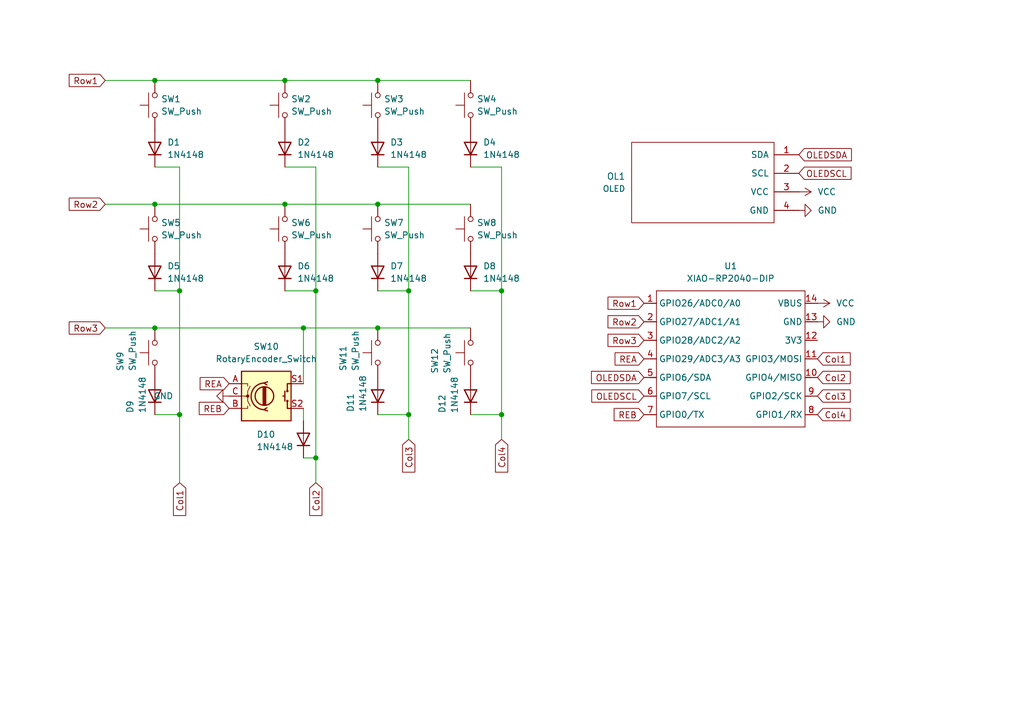
<source format=kicad_sch>
(kicad_sch (version 20250114) (generator "eeschema") (generator_version "9.0")
  (paper "A5")
  (title_block (title "V.A.L.I - macroPAD") (date "2025-12-01") (company "I.R.I.S - R&D") (comment 1 "Created by Niko Angelo"))
  (lib_symbols
    (symbol "Device:RotaryEncoder_Switch" (pin_names (offset 0.254) (hide yes))
      (property "Reference" "SW" (at 0 6.604 0))
      (property "Value" "RotaryEncoder_Switch" (at 0 -6.604 0))
      (symbol "RotaryEncoder_Switch_0_1"
        (rectangle (start -5.08 5.08) (end 5.08 -5.08) (stroke (width 0.254)) (fill (type background)))
        (polyline (pts (xy -5.08 2.54) (xy -3.81 2.54) (xy -3.81 2.032)))
        (polyline (pts (xy -5.08 0) (xy -3.81 0) (xy -3.81 -1.016) (xy -3.302 -2.032)))
        (polyline (pts (xy -5.08 -2.54) (xy -3.81 -2.54) (xy -3.81 -2.032)))
        (polyline (pts (xy -4.318 0) (xy -3.81 0) (xy -3.81 1.016) (xy -3.302 2.032)))
        (circle (center -3.81 0) (radius 0.254) (fill (type outline)))
        (polyline (pts (xy -0.635 -1.778) (xy -0.635 1.778)) (stroke (width 0.254)))
        (circle (center -0.381 0) (radius 1.905) (stroke (width 0.254)))
        (polyline (pts (xy -0.381 -1.778) (xy -0.381 1.778)) (stroke (width 0.254)))
        (arc (start -0.381 -2.794) (mid -3.0988 -0.0635) (end -0.381 2.667) (stroke (width 0.254)))
        (polyline (pts (xy -0.127 1.778) (xy -0.127 -1.778)) (stroke (width 0.254)))
        (polyline (pts (xy 0.254 2.921) (xy -0.508 2.667) (xy 0.127 2.286)) (stroke (width 0.254)))
        (polyline (pts (xy 0.254 -3.048) (xy -0.508 -2.794) (xy 0.127 -2.413)) (stroke (width 0.254)))
        (polyline (pts (xy 3.81 1.016) (xy 3.81 -1.016)) (stroke (width 0.254)))
        (polyline (pts (xy 3.81 0) (xy 3.429 0)) (stroke (width 0.254)))
        (circle (center 4.318 1.016) (radius 0.127) (stroke (width 0.254)))
        (circle (center 4.318 -1.016) (radius 0.127) (stroke (width 0.254)))
        (polyline (pts (xy 5.08 2.54) (xy 4.318 2.54) (xy 4.318 1.016)) (stroke (width 0.254)))
        (polyline (pts (xy 5.08 -2.54) (xy 4.318 -2.54) (xy 4.318 -1.016)) (stroke (width 0.254)))
      )
      (symbol "RotaryEncoder_Switch_1_1"
        (pin passive line (at -7.62 2.54 0) (length 2.54) (name "A") (number "A"))
        (pin passive line (at -7.62 0 0) (length 2.54) (name "C") (number "C"))
        (pin passive line (at -7.62 -2.54 0) (length 2.54) (name "B") (number "B"))
        (pin passive line (at 7.62 2.54 180) (length 2.54) (name "S1") (number "S1"))
        (pin passive line (at 7.62 -2.54 180) (length 2.54) (name "S2") (number "S2"))
      )
    )
    (symbol "Diode:1N4148" (pin_numbers (hide yes)) (pin_names (hide yes))
      (property "Reference" "D" (at 0 2.54 0))
      (property "Value" "1N4148" (at 0 -2.54 0))
      (symbol "1N4148_0_1"
        (polyline (pts (xy -1.27 1.27) (xy -1.27 -1.27)) (stroke (width 0.254)))
        (polyline (pts (xy 1.27 1.27) (xy 1.27 -1.27) (xy -1.27 0) (xy 1.27 1.27)) (stroke (width 0.254)))
        (polyline (pts (xy 1.27 0) (xy -1.27 0)))
      )
      (symbol "1N4148_1_1"
        (pin passive line (at -3.81 0 0) (length 2.54) (name "K") (number "1"))
        (pin passive line (at 3.81 0 180) (length 2.54) (name "A") (number "2"))
      )
    )
    (symbol "Seeed OPL:XIAO-RP2040-DIP"
      (property "Reference" "U" (at 0 0 0))
      (property "Value" "XIAO-RP2040-DIP" (at 5.334 -1.778 0))
      (symbol "XIAO-RP2040-DIP_1_0"
        (polyline (pts (xy -1.27 -2.54) (xy 29.21 -2.54)) (stroke (width 0.1524)))
        (polyline (pts (xy -1.27 -5.08) (xy -2.54 -5.08)) (stroke (width 0.1524)))
        (polyline (pts (xy -1.27 -5.08) (xy -1.27 -2.54)) (stroke (width 0.1524)))
        (polyline (pts (xy -1.27 -8.89) (xy -2.54 -8.89)) (stroke (width 0.1524)))
        (polyline (pts (xy -1.27 -8.89) (xy -1.27 -5.08)) (stroke (width 0.1524)))
        (polyline (pts (xy -1.27 -12.7) (xy -2.54 -12.7)) (stroke (width 0.1524)))
        (polyline (pts (xy -1.27 -12.7) (xy -1.27 -8.89)) (stroke (width 0.1524)))
        (polyline (pts (xy -1.27 -16.51) (xy -2.54 -16.51)) (stroke (width 0.1524)))
        (polyline (pts (xy -1.27 -16.51) (xy -1.27 -12.7)) (stroke (width 0.1524)))
        (polyline (pts (xy -1.27 -20.32) (xy -2.54 -20.32)) (stroke (width 0.1524)))
        (polyline (pts (xy -1.27 -24.13) (xy -2.54 -24.13)) (stroke (width 0.1524)))
        (polyline (pts (xy -1.27 -27.94) (xy -2.54 -27.94)) (stroke (width 0.1524)))
        (polyline (pts (xy -1.27 -30.48) (xy -1.27 -16.51)) (stroke (width 0.1524)))
        (polyline (pts (xy 29.21 -2.54) (xy 29.21 -5.08)) (stroke (width 0.1524)))
        (polyline (pts (xy 29.21 -5.08) (xy 29.21 -8.89)) (stroke (width 0.1524)))
        (polyline (pts (xy 29.21 -8.89) (xy 29.21 -12.7)) (stroke (width 0.1524)))
        (polyline (pts (xy 29.21 -12.7) (xy 29.21 -30.48)) (stroke (width 0.1524)))
        (polyline (pts (xy 29.21 -30.48) (xy -1.27 -30.48)) (stroke (width 0.1524)))
        (polyline (pts (xy 30.48 -5.08) (xy 29.21 -5.08)) (stroke (width 0.1524)))
        (polyline (pts (xy 30.48 -8.89) (xy 29.21 -8.89)) (stroke (width 0.1524)))
        (polyline (pts (xy 30.48 -12.7) (xy 29.21 -12.7)) (stroke (width 0.1524)))
        (polyline (pts (xy 30.48 -16.51) (xy 29.21 -16.51)) (stroke (width 0.1524)))
        (polyline (pts (xy 30.48 -20.32) (xy 29.21 -20.32)) (stroke (width 0.1524)))
        (polyline (pts (xy 30.48 -24.13) (xy 29.21 -24.13)) (stroke (width 0.1524)))
        (polyline (pts (xy 30.48 -27.94) (xy 29.21 -27.94)) (stroke (width 0.1524)))
        (pin passive line (at -3.81 -5.08 0) (length 2.54) (name "GPIO26/ADC0/A0") (number "1"))
        (pin passive line (at -3.81 -8.89 0) (length 2.54) (name "GPIO27/ADC1/A1") (number "2"))
        (pin passive line (at -3.81 -12.7 0) (length 2.54) (name "GPIO28/ADC2/A2") (number "3"))
        (pin passive line (at -3.81 -16.51 0) (length 2.54) (name "GPIO29/ADC3/A3") (number "4"))
        (pin passive line (at -3.81 -20.32 0) (length 2.54) (name "GPIO6/SDA") (number "5"))
        (pin passive line (at -3.81 -24.13 0) (length 2.54) (name "GPIO7/SCL") (number "6"))
        (pin passive line (at -3.81 -27.94 0) (length 2.54) (name "GPIO0/TX") (number "7"))
        (pin passive line (at 31.75 -5.08 180) (length 2.54) (name "VBUS") (number "14"))
        (pin passive line (at 31.75 -8.89 180) (length 2.54) (name "GND") (number "13"))
        (pin passive line (at 31.75 -12.7 180) (length 2.54) (name "3V3") (number "12"))
        (pin passive line (at 31.75 -16.51 180) (length 2.54) (name "GPIO3/MOSI") (number "11"))
        (pin passive line (at 31.75 -20.32 180) (length 2.54) (name "GPIO4/MISO") (number "10"))
        (pin passive line (at 31.75 -24.13 180) (length 2.54) (name "GPIO2/SCK") (number "9"))
        (pin passive line (at 31.75 -27.94 180) (length 2.54) (name "GPIO1/RX") (number "8"))
      )
    )
    (symbol "Switch:SW_Push" (pin_numbers (hide yes)) (pin_names (offset 1.016) (hide yes))
      (property "Reference" "SW" (at 1.27 2.54 0))
      (property "Value" "SW_Push" (at 0 -1.524 0))
      (symbol "SW_Push_0_1"
        (circle (center -2.032 0) (radius 0.508))
        (polyline (pts (xy 0 1.27) (xy 0 3.048)))
        (circle (center 2.032 0) (radius 0.508))
        (polyline (pts (xy 2.54 1.27) (xy -2.54 1.27)))
        (pin passive line (at -5.08 0 0) (length 2.54) (name "1") (number "1"))
        (pin passive line (at 5.08 0 180) (length 2.54) (name "2") (number "2"))
      )
    )
    (symbol "kbd:OLED" (pin_names (offset 1.016))
      (property "Reference" "OL" (at 0 2.54 0))
      (property "Value" "OLED" (at 0 -1.27 0))
      (symbol "OLED_0_1"
        (rectangle (start -13.97 8.89) (end 15.24 -7.62))
      )
      (symbol "OLED_1_1"
        (pin bidirectional line (at -19.05 6.35 0) (length 5.08) (name "SDA") (number "1"))
        (pin bidirectional line (at -19.05 2.54 0) (length 5.08) (name "SCL") (number "2"))
        (pin power_in line (at -19.05 -1.27 0) (length 5.08) (name "VCC") (number "3"))
        (pin power_in line (at -19.05 -5.08 0) (length 5.08) (name "GND") (number "4"))
      )
    )
    (symbol "power:GND" (power) (pin_numbers (hide yes)) (pin_names (offset 0) (hide yes))
      (property "Value" "GND" (at 0 -3.81 0))
      (symbol "GND_0_1"
        (polyline (pts (xy 0 0) (xy 0 -1.27) (xy 1.27 -1.27) (xy 0 -2.54) (xy -1.27 -1.27) (xy 0 -1.27)))
      )
      (symbol "GND_1_1"
        (pin power_in line (at 0 0 270) (length 0) (name "~") (number "1"))
      )
    )
    (symbol "power:VCC" (power) (pin_numbers (hide yes)) (pin_names (offset 0) (hide yes))
      (property "Value" "VCC" (at 0 3.556 0))
      (symbol "VCC_0_1"
        (polyline (pts (xy -0.762 1.27) (xy 0 2.54)))
        (polyline (pts (xy 0 2.54) (xy 0.762 1.27)))
        (polyline (pts (xy 0 0) (xy 0 2.54)))
      )
      (symbol "VCC_1_1"
        (pin power_in line (at 0 0 90) (length 0) (name "~") (number "1"))
      )
    )
  )
  (junction (at 64.77 59.69))
  (junction (at 62.23 67.31))
  (junction (at 31.75 67.31))
  (junction (at 83.82 59.69))
  (junction (at 31.75 16.51))
  (junction (at 102.87 59.69))
  (junction (at 102.87 85.09))
  (junction (at 77.47 41.91))
  (junction (at 58.42 41.91))
  (junction (at 36.83 59.69))
  (junction (at 36.83 85.09))
  (junction (at 64.77 93.98))
  (junction (at 83.82 85.09))
  (junction (at 58.42 16.51))
  (junction (at 31.75 41.91))
  (junction (at 77.47 16.51))
  (junction (at 77.47 67.31))
  (wire (pts (xy 31.75 85.09) (xy 36.83 85.09)))
  (wire (pts (xy 77.47 41.91) (xy 96.52 41.91)))
  (wire (pts (xy 36.83 59.69) (xy 36.83 85.09)))
  (wire (pts (xy 96.52 85.09) (xy 102.87 85.09)))
  (wire (pts (xy 83.82 34.29) (xy 83.82 59.69)))
  (wire (pts (xy 62.23 93.98) (xy 64.77 93.98)))
  (wire (pts (xy 21.59 16.51) (xy 31.75 16.51)))
  (wire (pts (xy 36.83 85.09) (xy 36.83 99.06)))
  (wire (pts (xy 102.87 59.69) (xy 102.87 85.09)))
  (wire (pts (xy 96.52 34.29) (xy 102.87 34.29)))
  (wire (pts (xy 77.47 85.09) (xy 83.82 85.09)))
  (wire (pts (xy 64.77 93.98) (xy 64.77 99.06)))
  (wire (pts (xy 62.23 83.82) (xy 62.23 86.36)))
  (wire (pts (xy 62.23 67.31) (xy 62.23 78.74)))
  (wire (pts (xy 21.59 67.31) (xy 31.75 67.31)))
  (wire (pts (xy 96.52 59.69) (xy 102.87 59.69)))
  (wire (pts (xy 21.59 41.91) (xy 31.75 41.91)))
  (wire (pts (xy 77.47 34.29) (xy 83.82 34.29)))
  (wire (pts (xy 62.23 67.31) (xy 77.47 67.31)))
  (wire (pts (xy 31.75 67.31) (xy 62.23 67.31)))
  (wire (pts (xy 31.75 34.29) (xy 36.83 34.29)))
  (wire (pts (xy 83.82 59.69) (xy 83.82 85.09)))
  (wire (pts (xy 77.47 16.51) (xy 96.52 16.51)))
  (wire (pts (xy 31.75 41.91) (xy 58.42 41.91)))
  (wire (pts (xy 64.77 59.69) (xy 64.77 93.98)))
  (wire (pts (xy 31.75 16.51) (xy 58.42 16.51)))
  (wire (pts (xy 83.82 85.09) (xy 83.82 90.17)))
  (wire (pts (xy 58.42 41.91) (xy 77.47 41.91)))
  (wire (pts (xy 77.47 59.69) (xy 83.82 59.69)))
  (wire (pts (xy 58.42 34.29) (xy 64.77 34.29)))
  (wire (pts (xy 77.47 67.31) (xy 96.52 67.31)))
  (wire (pts (xy 58.42 16.51) (xy 77.47 16.51)))
  (wire (pts (xy 64.77 34.29) (xy 64.77 59.69)))
  (wire (pts (xy 58.42 59.69) (xy 64.77 59.69)))
  (wire (pts (xy 102.87 34.29) (xy 102.87 59.69)))
  (wire (pts (xy 31.75 59.69) (xy 36.83 59.69)))
  (wire (pts (xy 102.87 85.09) (xy 102.87 90.17)))
  (wire (pts (xy 36.83 34.29) (xy 36.83 59.69)))
  (global_label "Col3" (shape input) (at 83.82 90.17 270) (property "Intersheetrefs" "${INTERSHEET_REFS}" (effects (hide yes))))
  (global_label "REA" (shape input) (at 132.08 73.66 180) (property "Intersheetrefs" "${INTERSHEET_REFS}" (effects (hide yes))))
  (global_label "Row3" (shape input) (at 132.08 69.85 180) (property "Intersheetrefs" "${INTERSHEET_REFS}" (effects (hide yes))))
  (global_label "REB" (shape input) (at 46.99 83.82 180) (property "Intersheetrefs" "${INTERSHEET_REFS}" (effects (hide yes))))
  (global_label "Row2" (shape input) (at 132.08 66.04 180) (property "Intersheetrefs" "${INTERSHEET_REFS}" (effects (hide yes))))
  (global_label "Row3" (shape input) (at 21.59 67.31 180) (property "Intersheetrefs" "${INTERSHEET_REFS}" (effects (hide yes))))
  (global_label "Row1" (shape input) (at 132.08 62.23 180) (property "Intersheetrefs" "${INTERSHEET_REFS}" (effects (hide yes))))
  (global_label "REA" (shape input) (at 46.99 78.74 180) (property "Intersheetrefs" "${INTERSHEET_REFS}" (effects (hide yes))))
  (global_label "Col4" (shape input) (at 167.64 85.09 0) (property "Intersheetrefs" "${INTERSHEET_REFS}" (effects (hide yes))))
  (global_label "Col2" (shape input) (at 167.64 77.47 0) (property "Intersheetrefs" "${INTERSHEET_REFS}" (effects (hide yes))))
  (global_label "REB" (shape input) (at 132.08 85.09 180) (property "Intersheetrefs" "${INTERSHEET_REFS}" (effects (hide yes))))
  (global_label "Col1" (shape input) (at 167.64 73.66 0) (property "Intersheetrefs" "${INTERSHEET_REFS}" (effects (hide yes))))
  (global_label "Row1" (shape input) (at 21.59 16.51 180) (property "Intersheetrefs" "${INTERSHEET_REFS}" (effects (hide yes))))
  (global_label "OLEDSDA" (shape input) (at 163.83 31.75 0) (property "Intersheetrefs" "${INTERSHEET_REFS}" (effects (hide yes))))
  (global_label "Col4" (shape input) (at 102.87 90.17 270) (property "Intersheetrefs" "${INTERSHEET_REFS}" (effects (hide yes))))
  (global_label "OLEDSDA" (shape input) (at 132.08 77.47 180) (property "Intersheetrefs" "${INTERSHEET_REFS}" (effects (hide yes))))
  (global_label "Col2" (shape input) (at 64.77 99.06 270) (property "Intersheetrefs" "${INTERSHEET_REFS}" (effects (hide yes))))
  (global_label "OLEDSCL" (shape input) (at 163.83 35.56 0) (property "Intersheetrefs" "${INTERSHEET_REFS}" (effects (hide yes))))
  (global_label "OLEDSCL" (shape input) (at 132.08 81.28 180) (property "Intersheetrefs" "${INTERSHEET_REFS}" (effects (hide yes))))
  (global_label "Row2" (shape input) (at 21.59 41.91 180) (property "Intersheetrefs" "${INTERSHEET_REFS}" (effects (hide yes))))
  (global_label "Col1" (shape input) (at 36.83 99.06 270) (property "Intersheetrefs" "${INTERSHEET_REFS}" (effects (hide yes))))
  (global_label "Col3" (shape input) (at 167.64 81.28 0) (property "Intersheetrefs" "${INTERSHEET_REFS}" (effects (hide yes))))
  (symbol (lib_id "Diode:1N4148") (at 77.47 81.28 90) (unit 1)
    (property "Reference" "D11" (at 71.882 84.582 0) (effects (justify left)))
    (property "Value" "1N4148" (at 74.422 84.582 0) (effects (justify left)))
    (property "Footprint" "Diode_THT:D_DO-35_SOD27_P7.62mm_Horizontal" (effects (hide yes)))
    (property "Datasheet" "https://assets.nexperia.com/documents/data-sheet/1N4148_1N4448.pdf" (effects (hide yes)))
    (property "Description" "100V 0.15A standard switching diode, DO-35" (effects (hide yes)))
    (property "Sim.Device" "D" (effects (hide yes)))
    (property "Sim.Pins" "1=K 2=A" (effects (hide yes)))
  )
  (symbol (lib_id "Diode:1N4148") (at 58.42 55.88 90) (unit 1)
    (property "Reference" "D6" (at 60.96 54.6099 90) (effects (justify right)))
    (property "Value" "1N4148" (at 60.96 57.1499 90) (effects (justify right)))
    (property "Footprint" "Diode_THT:D_DO-35_SOD27_P7.62mm_Horizontal" (effects (hide yes)))
    (property "Datasheet" "https://assets.nexperia.com/documents/data-sheet/1N4148_1N4448.pdf" (effects (hide yes)))
    (property "Description" "100V 0.15A standard switching diode, DO-35" (effects (hide yes)))
    (property "Sim.Device" "D" (effects (hide yes)))
    (property "Sim.Pins" "1=K 2=A" (effects (hide yes)))
  )
  (symbol (lib_id "Switch:SW_Push") (at 77.47 72.39 90) (unit 1)
    (property "Reference" "SW11" (at 70.358 76.2 0) (effects (justify left)))
    (property "Value" "SW_Push" (at 72.898 76.2 0) (effects (justify left)))
    (property "Footprint" "Button_Switch_Keyboard:SW_Cherry_MX_1.00u_PCB" (effects (hide yes)))
    (property "Description" "Push button switch, generic, two pins" (effects (hide yes)))
  )
  (symbol (lib_id "Switch:SW_Push") (at 96.52 21.59 90) (unit 1)
    (property "Reference" "SW4" (at 97.79 20.3199 90) (effects (justify right)))
    (property "Value" "SW_Push" (at 97.79 22.8599 90) (effects (justify right)))
    (property "Footprint" "Button_Switch_Keyboard:SW_Cherry_MX_1.00u_PCB" (effects (hide yes)))
    (property "Description" "Push button switch, generic, two pins" (effects (hide yes)))
  )
  (symbol (lib_id "power:GND") (at 167.64 66.04 90) (unit 1)
    (property "Reference" "#PWR04" (effects (hide yes)))
    (property "Value" "GND" (at 171.45 66.0399 90) (effects (justify right)))
    (property "Description" "Power symbol creates a global label with name \"GND\" , ground" (effects (hide yes)))
  )
  (symbol (lib_id "Switch:SW_Push") (at 77.47 21.59 90) (unit 1)
    (property "Reference" "SW3" (at 78.74 20.3199 90) (effects (justify right)))
    (property "Value" "SW_Push" (at 78.74 22.8599 90) (effects (justify right)))
    (property "Footprint" "Button_Switch_Keyboard:SW_Cherry_MX_1.00u_PCB" (effects (hide yes)))
    (property "Description" "Push button switch, generic, two pins" (effects (hide yes)))
  )
  (symbol (lib_id "Switch:SW_Push") (at 58.42 46.99 90) (unit 1)
    (property "Reference" "SW6" (at 59.69 45.7199 90) (effects (justify right)))
    (property "Value" "SW_Push" (at 59.69 48.2599 90) (effects (justify right)))
    (property "Footprint" "Button_Switch_Keyboard:SW_Cherry_MX_1.00u_PCB" (effects (hide yes)))
    (property "Description" "Push button switch, generic, two pins" (effects (hide yes)))
  )
  (symbol (lib_id "Switch:SW_Push") (at 31.75 21.59 90) (unit 1)
    (property "Reference" "SW1" (at 33.02 20.3199 90) (effects (justify right)))
    (property "Value" "SW_Push" (at 33.02 22.8599 90) (effects (justify right)))
    (property "Footprint" "Button_Switch_Keyboard:SW_Cherry_MX_1.00u_PCB" (effects (hide yes)))
    (property "Description" "Push button switch, generic, two pins" (effects (hide yes)))
  )
  (symbol (lib_id "power:VCC") (at 163.83 39.37 270) (unit 1)
    (property "Reference" "#PWR02" (effects (hide yes)))
    (property "Value" "VCC" (at 167.64 39.3701 90) (effects (justify left)))
    (property "Description" "Power symbol creates a global label with name \"VCC\"" (effects (hide yes)))
  )
  (symbol (lib_id "Diode:1N4148") (at 77.47 30.48 90) (unit 1)
    (property "Reference" "D3" (at 80.01 29.2099 90) (effects (justify right)))
    (property "Value" "1N4148" (at 80.01 31.7499 90) (effects (justify right)))
    (property "Footprint" "Diode_THT:D_DO-35_SOD27_P7.62mm_Horizontal" (effects (hide yes)))
    (property "Datasheet" "https://assets.nexperia.com/documents/data-sheet/1N4148_1N4448.pdf" (effects (hide yes)))
    (property "Description" "100V 0.15A standard switching diode, DO-35" (effects (hide yes)))
    (property "Sim.Device" "D" (effects (hide yes)))
    (property "Sim.Pins" "1=K 2=A" (effects (hide yes)))
  )
  (symbol (lib_id "Device:RotaryEncoder_Switch") (at 54.61 81.28 0) (unit 1)
    (property "Reference" "SW10" (at 54.61 71.12 0))
    (property "Value" "RotaryEncoder_Switch" (at 54.61 73.66 0))
    (property "Footprint" "Rotary_Encoder:RotaryEncoder_Alps_EC11E-Switch_Vertical_H20mm" (effects (hide yes)))
    (property "Description" "Rotary encoder, dual channel, incremental quadrate outputs, with switch" (effects (hide yes)))
  )
  (symbol (lib_id "Diode:1N4148") (at 58.42 30.48 90) (unit 1)
    (property "Reference" "D2" (at 60.96 29.2099 90) (effects (justify right)))
    (property "Value" "1N4148" (at 60.96 31.7499 90) (effects (justify right)))
    (property "Footprint" "Diode_THT:D_DO-35_SOD27_P7.62mm_Horizontal" (effects (hide yes)))
    (property "Datasheet" "https://assets.nexperia.com/documents/data-sheet/1N4148_1N4448.pdf" (effects (hide yes)))
    (property "Description" "100V 0.15A standard switching diode, DO-35" (effects (hide yes)))
    (property "Sim.Device" "D" (effects (hide yes)))
    (property "Sim.Pins" "1=K 2=A" (effects (hide yes)))
  )
  (symbol (lib_id "Diode:1N4148") (at 62.23 90.17 90) (unit 1)
    (property "Reference" "D10" (at 52.578 89.154 90) (effects (justify right)))
    (property "Value" "1N4148" (at 52.578 91.694 90) (effects (justify right)))
    (property "Footprint" "Diode_THT:D_DO-35_SOD27_P7.62mm_Horizontal" (effects (hide yes)))
    (property "Datasheet" "https://assets.nexperia.com/documents/data-sheet/1N4148_1N4448.pdf" (effects (hide yes)))
    (property "Description" "100V 0.15A standard switching diode, DO-35" (effects (hide yes)))
    (property "Sim.Device" "D" (effects (hide yes)))
    (property "Sim.Pins" "1=K 2=A" (effects (hide yes)))
  )
  (symbol (lib_id "Diode:1N4148") (at 96.52 55.88 90) (unit 1)
    (property "Reference" "D8" (at 99.06 54.6099 90) (effects (justify right)))
    (property "Value" "1N4148" (at 99.06 57.1499 90) (effects (justify right)))
    (property "Footprint" "Diode_THT:D_DO-35_SOD27_P7.62mm_Horizontal" (effects (hide yes)))
    (property "Datasheet" "https://assets.nexperia.com/documents/data-sheet/1N4148_1N4448.pdf" (effects (hide yes)))
    (property "Description" "100V 0.15A standard switching diode, DO-35" (effects (hide yes)))
    (property "Sim.Device" "D" (effects (hide yes)))
    (property "Sim.Pins" "1=K 2=A" (effects (hide yes)))
  )
  (symbol (lib_id "power:GND") (at 163.83 43.18 90) (unit 1)
    (property "Reference" "#PWR06" (effects (hide yes)))
    (property "Value" "GND" (at 167.64 43.1801 90) (effects (justify right)))
    (property "Description" "Power symbol creates a global label with name \"GND\" , ground" (effects (hide yes)))
  )
  (symbol (lib_id "Diode:1N4148") (at 31.75 55.88 90) (unit 1)
    (property "Reference" "D5" (at 34.29 54.6099 90) (effects (justify right)))
    (property "Value" "1N4148" (at 34.29 57.1499 90) (effects (justify right)))
    (property "Footprint" "Diode_THT:D_DO-35_SOD27_P7.62mm_Horizontal" (effects (hide yes)))
    (property "Datasheet" "https://assets.nexperia.com/documents/data-sheet/1N4148_1N4448.pdf" (effects (hide yes)))
    (property "Description" "100V 0.15A standard switching diode, DO-35" (effects (hide yes)))
    (property "Sim.Device" "D" (effects (hide yes)))
    (property "Sim.Pins" "1=K 2=A" (effects (hide yes)))
  )
  (symbol (lib_id "power:VCC") (at 167.64 62.23 270) (unit 1)
    (property "Reference" "#PWR03" (effects (hide yes)))
    (property "Value" "VCC" (at 171.45 62.2299 90) (effects (justify left)))
    (property "Description" "Power symbol creates a global label with name \"VCC\"" (effects (hide yes)))
  )
  (symbol (lib_id "Diode:1N4148") (at 77.47 55.88 90) (unit 1)
    (property "Reference" "D7" (at 80.01 54.6099 90) (effects (justify right)))
    (property "Value" "1N4148" (at 80.01 57.1499 90) (effects (justify right)))
    (property "Footprint" "Diode_THT:D_DO-35_SOD27_P7.62mm_Horizontal" (effects (hide yes)))
    (property "Datasheet" "https://assets.nexperia.com/documents/data-sheet/1N4148_1N4448.pdf" (effects (hide yes)))
    (property "Description" "100V 0.15A standard switching diode, DO-35" (effects (hide yes)))
    (property "Sim.Device" "D" (effects (hide yes)))
    (property "Sim.Pins" "1=K 2=A" (effects (hide yes)))
  )
  (symbol (lib_id "Switch:SW_Push") (at 31.75 72.39 90) (unit 1)
    (property "Reference" "SW9" (at 24.638 76.2 0) (effects (justify left)))
    (property "Value" "SW_Push" (at 27.178 76.2 0) (effects (justify left)))
    (property "Footprint" "Button_Switch_Keyboard:SW_Cherry_MX_1.00u_PCB" (effects (hide yes)))
    (property "Description" "Push button switch, generic, two pins" (effects (hide yes)))
  )
  (symbol (lib_id "kbd:OLED") (at 144.78 38.1 0) (mirror y) (unit 1)
    (property "Reference" "OL1" (at 128.27 36.195 0) (effects (font (size 1.2954 1.2954)) (justify left)))
    (property "Value" "OLED" (at 128.27 38.735 0) (effects (font (size 1.1938 1.1938)) (justify left)))
    (property "Footprint" "KiCad-SSD1306-0.91-OLED-4pin-128x32:SSD1306-0.91-OLED-4pin-128x32" (effects (hide yes)))
  )
  (symbol (lib_id "Switch:SW_Push") (at 31.75 46.99 90) (unit 1)
    (property "Reference" "SW5" (at 33.02 45.7199 90) (effects (justify right)))
    (property "Value" "SW_Push" (at 33.02 48.2599 90) (effects (justify right)))
    (property "Footprint" "Button_Switch_Keyboard:SW_Cherry_MX_1.00u_PCB" (effects (hide yes)))
    (property "Description" "Push button switch, generic, two pins" (effects (hide yes)))
  )
  (symbol (lib_id "Diode:1N4148") (at 96.52 81.28 90) (unit 1)
    (property "Reference" "D12" (at 90.678 84.836 0) (effects (justify left)))
    (property "Value" "1N4148" (at 93.218 84.836 0) (effects (justify left)))
    (property "Footprint" "Diode_THT:D_DO-35_SOD27_P7.62mm_Horizontal" (effects (hide yes)))
    (property "Datasheet" "https://assets.nexperia.com/documents/data-sheet/1N4148_1N4448.pdf" (effects (hide yes)))
    (property "Description" "100V 0.15A standard switching diode, DO-35" (effects (hide yes)))
    (property "Sim.Device" "D" (effects (hide yes)))
    (property "Sim.Pins" "1=K 2=A" (effects (hide yes)))
  )
  (symbol (lib_id "Diode:1N4148") (at 31.75 81.28 90) (unit 1)
    (property "Reference" "D9" (at 26.67 84.836 0) (effects (justify left)))
    (property "Value" "1N4148" (at 29.21 84.836 0) (effects (justify left)))
    (property "Footprint" "Diode_THT:D_DO-35_SOD27_P7.62mm_Horizontal" (effects (hide yes)))
    (property "Datasheet" "https://assets.nexperia.com/documents/data-sheet/1N4148_1N4448.pdf" (effects (hide yes)))
    (property "Description" "100V 0.15A standard switching diode, DO-35" (effects (hide yes)))
    (property "Sim.Device" "D" (effects (hide yes)))
    (property "Sim.Pins" "1=K 2=A" (effects (hide yes)))
  )
  (symbol (lib_id "Switch:SW_Push") (at 96.52 72.39 90) (unit 1)
    (property "Reference" "SW12" (at 89.154 76.708 0) (effects (justify left)))
    (property "Value" "SW_Push" (at 91.694 76.708 0) (effects (justify left)))
    (property "Footprint" "Button_Switch_Keyboard:SW_Cherry_MX_1.00u_PCB" (effects (hide yes)))
    (property "Description" "Push button switch, generic, two pins" (effects (hide yes)))
  )
  (symbol (lib_id "Diode:1N4148") (at 96.52 30.48 90) (unit 1)
    (property "Reference" "D4" (at 99.06 29.2099 90) (effects (justify right)))
    (property "Value" "1N4148" (at 99.06 31.7499 90) (effects (justify right)))
    (property "Footprint" "Diode_THT:D_DO-35_SOD27_P7.62mm_Horizontal" (effects (hide yes)))
    (property "Datasheet" "https://assets.nexperia.com/documents/data-sheet/1N4148_1N4448.pdf" (effects (hide yes)))
    (property "Description" "100V 0.15A standard switching diode, DO-35" (effects (hide yes)))
    (property "Sim.Device" "D" (effects (hide yes)))
    (property "Sim.Pins" "1=K 2=A" (effects (hide yes)))
  )
  (symbol (lib_id "Switch:SW_Push") (at 96.52 46.99 90) (unit 1)
    (property "Reference" "SW8" (at 97.79 45.7199 90) (effects (justify right)))
    (property "Value" "SW_Push" (at 97.79 48.2599 90) (effects (justify right)))
    (property "Footprint" "Button_Switch_Keyboard:SW_Cherry_MX_1.00u_PCB" (effects (hide yes)))
    (property "Description" "Push button switch, generic, two pins" (effects (hide yes)))
  )
  (symbol (lib_id "power:GND") (at 46.99 81.28 270) (unit 1)
    (property "Reference" "#PWR01" (effects (hide yes)))
    (property "Value" "GND" (at 35.56 81.2799 90) (effects (justify right)))
    (property "Description" "Power symbol creates a global label with name \"GND\" , ground" (effects (hide yes)))
  )
  (symbol (lib_id "Switch:SW_Push") (at 58.42 21.59 90) (unit 1)
    (property "Reference" "SW2" (at 59.69 20.3199 90) (effects (justify right)))
    (property "Value" "SW_Push" (at 59.69 22.8599 90) (effects (justify right)))
    (property "Footprint" "Button_Switch_Keyboard:SW_Cherry_MX_1.00u_PCB" (effects (hide yes)))
    (property "Description" "Push button switch, generic, two pins" (effects (hide yes)))
  )
  (symbol (lib_id "Diode:1N4148") (at 31.75 30.48 90) (unit 1)
    (property "Reference" "D1" (at 34.29 29.2099 90) (effects (justify right)))
    (property "Value" "1N4148" (at 34.29 31.7499 90) (effects (justify right)))
    (property "Footprint" "Diode_THT:D_DO-35_SOD27_P7.62mm_Horizontal" (effects (hide yes)))
    (property "Datasheet" "https://assets.nexperia.com/documents/data-sheet/1N4148_1N4448.pdf" (effects (hide yes)))
    (property "Description" "100V 0.15A standard switching diode, DO-35" (effects (hide yes)))
    (property "Sim.Device" "D" (effects (hide yes)))
    (property "Sim.Pins" "1=K 2=A" (effects (hide yes)))
  )
  (symbol (lib_id "Switch:SW_Push") (at 77.47 46.99 90) (unit 1)
    (property "Reference" "SW7" (at 78.74 45.7199 90) (effects (justify right)))
    (property "Value" "SW_Push" (at 78.74 48.2599 90) (effects (justify right)))
    (property "Footprint" "Button_Switch_Keyboard:SW_Cherry_MX_1.00u_PCB" (effects (hide yes)))
    (property "Description" "Push button switch, generic, two pins" (effects (hide yes)))
  )
  (symbol (lib_id "Seeed OPL:XIAO-RP2040-DIP") (at 135.89 57.15 0) (unit 1)
    (property "Reference" "U1" (at 149.86 54.61 0))
    (property "Value" "XIAO-RP2040-DIP" (at 149.86 57.15 0))
    (property "Footprint" "Hackpad Care Package:XIAO-Generic-Hybrid-14P-2.54-21X17.8MM" (effects (hide yes)))
  )
)
</source>
